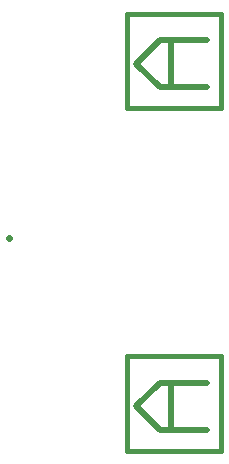
<source format=gto>
G75*
G70*
%OFA0B0*%
%FSLAX24Y24*%
%IPPOS*%
%LPD*%
%AMOC8*
5,1,8,0,0,1.08239X$1,22.5*
%
%ADD10C,0.0200*%
%ADD11C,0.0160*%
%ADD12C,0.0220*%
D10*
X029402Y002400D02*
X030183Y003180D01*
X031744Y003180D01*
X030573Y003180D02*
X030573Y001619D01*
X030183Y001619D02*
X029402Y002400D01*
X030183Y001619D02*
X031744Y001619D01*
X031744Y013036D02*
X030183Y013036D01*
X029402Y013817D01*
X030183Y014598D01*
X031744Y014598D01*
X030573Y014598D02*
X030573Y013036D01*
D11*
X029089Y012346D02*
X029089Y015495D01*
X032238Y015495D01*
X032238Y012346D01*
X029089Y012346D01*
X029089Y004078D02*
X029089Y000929D01*
X032238Y000929D01*
X032238Y004078D01*
X029089Y004078D01*
D12*
X025151Y008003D02*
X025151Y008027D01*
M02*

</source>
